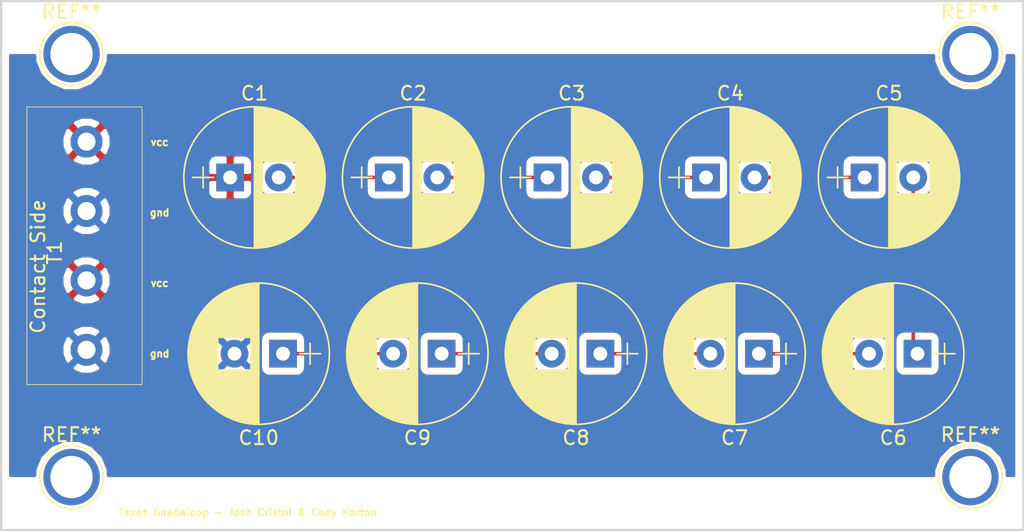
<source format=kicad_pcb>
(kicad_pcb (version 4) (host pcbnew 4.0.3-stable)
  (layers (0 F.Cu signal) (31 B.Cu signal hide) (34 B.Paste user) (35 F.Paste user) (36 B.SilkS user) (37 F.SilkS user) (38 B.Mask user) (39 F.Mask user) (44 Edge.Cuts user))
  (net 0 "")
  (net 1 pwr)
  (net 2 "Net-(C1-Pad2)")
  (net 3 "Net-(C2-Pad2)")
  (net 4 "Net-(C3-Pad2)")
  (net 5 "Net-(C4-Pad2)")
  (net 6 "Net-(C5-Pad2)")
  (net 7 "Net-(C6-Pad2)")
  (net 8 "Net-(C7-Pad2)")
  (net 9 "Net-(C8-Pad2)")
  (net 10 "Net-(C10-Pad1)")
  (net 11 GND)
  (module Capacitors_ThroughHole:CP_Radial_D10.0mm_P3.50mm (layer F.Cu) (at 154.94 114.3)
    (fp_text reference C1 (at 1.75 -6.06) (layer F.SilkS))
    (fp_text value CP1)
    (pad 1 thru_hole rect (at 0 0) (size 2 2) (drill 1) (layers *.Cu *.Mask) (net 1 pwr))
    (pad 2 thru_hole circle (at 3.5 0) (size 2 2) (drill 1) (layers *.Cu *.Mask) (net 2 "Net-(C1-Pad2)"))
  )
  (module Capacitors_ThroughHole:CP_Radial_D10.0mm_P3.50mm (layer F.Cu) (at 166.37 114.3)
    (fp_text reference C2 (at 1.75 -6.06) (layer F.SilkS))
    (fp_text value CP1)
    (pad 1 thru_hole rect (at 0 0) (size 2 2) (drill 1) (layers *.Cu *.Mask) (net 2 "Net-(C1-Pad2)"))
    (pad 2 thru_hole circle (at 3.5 0) (size 2 2) (drill 1) (layers *.Cu *.Mask) (net 3 "Net-(C2-Pad2)"))
  )
  (module Capacitors_ThroughHole:CP_Radial_D10.0mm_P3.50mm (layer F.Cu) (at 177.8 114.3)
    (fp_text reference C3 (at 1.75 -6.06) (layer F.SilkS))
    (fp_text value CP1)
    (pad 1 thru_hole rect (at 0 0) (size 2 2) (drill 1) (layers *.Cu *.Mask) (net 3 "Net-(C2-Pad2)"))
    (pad 2 thru_hole circle (at 3.5 0) (size 2 2) (drill 1) (layers *.Cu *.Mask) (net 4 "Net-(C3-Pad2)"))
  )
  (module Capacitors_ThroughHole:CP_Radial_D10.0mm_P3.50mm (layer F.Cu) (at 189.23 114.3)
    (fp_text reference C4 (at 1.75 -6.06) (layer F.SilkS))
    (fp_text value CP1)
    (pad 1 thru_hole rect (at 0 0) (size 2 2) (drill 1) (layers *.Cu *.Mask) (net 4 "Net-(C3-Pad2)"))
    (pad 2 thru_hole circle (at 3.5 0) (size 2 2) (drill 1) (layers *.Cu *.Mask) (net 5 "Net-(C4-Pad2)"))
  )
  (module Capacitors_ThroughHole:CP_Radial_D10.0mm_P3.50mm (layer F.Cu) (at 200.66 114.3)
    (fp_text reference C5 (at 1.75 -6.06) (layer F.SilkS))
    (fp_text value CP1)
    (pad 1 thru_hole rect (at 0 0) (size 2 2) (drill 1) (layers *.Cu *.Mask) (net 5 "Net-(C4-Pad2)"))
    (pad 2 thru_hole circle (at 3.5 0) (size 2 2) (drill 1) (layers *.Cu *.Mask) (net 6 "Net-(C5-Pad2)"))
  )
  (module Capacitors_ThroughHole:CP_Radial_D10.0mm_P3.50mm (layer F.Cu) (at 204.47 127 180)
    (fp_text reference C6 (at 1.75 -6.06 180) (layer F.SilkS))
    (fp_text value CP1)
    (pad 1 thru_hole rect (at 0 0 180) (size 2 2) (drill 1) (layers *.Cu *.Mask) (net 6 "Net-(C5-Pad2)"))
    (pad 2 thru_hole circle (at 3.5 0 180) (size 2 2) (drill 1) (layers *.Cu *.Mask) (net 7 "Net-(C6-Pad2)"))
  )
  (module Capacitors_ThroughHole:CP_Radial_D10.0mm_P3.50mm (layer F.Cu) (at 193.04 127 180)
    (fp_text reference C7 (at 1.75 -6.06 180) (layer F.SilkS))
    (fp_text value CP1)
    (pad 1 thru_hole rect (at 0 0 180) (size 2 2) (drill 1) (layers *.Cu *.Mask) (net 7 "Net-(C6-Pad2)"))
    (pad 2 thru_hole circle (at 3.5 0 180) (size 2 2) (drill 1) (layers *.Cu *.Mask) (net 8 "Net-(C7-Pad2)"))
  )
  (module Capacitors_ThroughHole:CP_Radial_D10.0mm_P3.50mm (layer F.Cu) (at 181.61 127 180)
    (fp_text reference C8 (at 1.75 -6.06 180) (layer F.SilkS))
    (fp_text value CP1)
    (pad 1 thru_hole rect (at 0 0 180) (size 2 2) (drill 1) (layers *.Cu *.Mask) (net 8 "Net-(C7-Pad2)"))
    (pad 2 thru_hole circle (at 3.5 0 180) (size 2 2) (drill 1) (layers *.Cu *.Mask) (net 9 "Net-(C8-Pad2)"))
  )
  (module Capacitors_ThroughHole:CP_Radial_D10.0mm_P3.50mm (layer F.Cu) (at 170.18 127 180)
    (fp_text reference C9 (at 1.75 -6.06 180) (layer F.SilkS))
    (fp_text value CP1)
    (pad 1 thru_hole rect (at 0 0 180) (size 2 2) (drill 1) (layers *.Cu *.Mask) (net 9 "Net-(C8-Pad2)"))
    (pad 2 thru_hole circle (at 3.5 0 180) (size 2 2) (drill 1) (layers *.Cu *.Mask) (net 10 "Net-(C10-Pad1)"))
  )
  (module Capacitors_ThroughHole:CP_Radial_D10.0mm_P3.50mm (layer F.Cu) (at 158.75 127 180)
    (fp_text reference C10 (at 1.75 -6.06 180) (layer F.SilkS))
    (fp_text value CP1)
    (pad 1 thru_hole rect (at 0 0 180) (size 2 2) (drill 1) (layers *.Cu *.Mask) (net 10 "Net-(C10-Pad1)"))
    (pad 2 thru_hole circle (at 3.5 0 180) (size 2 2) (drill 1) (layers *.Cu *.Mask) (net 11 GND))
  )
  (module footprints:Phoenix_Contact_1935187 (layer F.Cu) (at 148.59 109.22 270)
    (fp_text reference T1 (at 10.5 6.3 270) (layer F.SilkS))
    (fp_text value Phoenix_Contact_1935187)
    (fp_text user "Contact Side" (at 11.5 7.5 270) (layer F.SilkS))
    (pad 4 thru_hole circle (at 17.5 4 270) (size 2.3 2.3) (drill 1.3) (layers *.Cu *.Mask) (net 11 GND))
    (pad 3 thru_hole circle (at 12.5 4 270) (size 2.3 2.3) (drill 1.3) (layers *.Cu *.Mask) (net 1 pwr))
    (pad 2 thru_hole circle (at 7.5 4 270) (size 2.3 2.3) (drill 1.3) (layers *.Cu *.Mask) (net 11 GND))
    (pad 1 thru_hole circle (at 2.5 4 270) (size 2.3 2.3) (drill 1.3) (layers *.Cu *.Mask) (net 1 pwr))
  )
  (module Connect:1pin (layer F.Cu) (at 143.51 135.89)
    (fp_text reference REF** (at 0 -3.048) (layer F.SilkS))
    (fp_text value 1pin)
    (pad 1 thru_hole circle (at 0 0) (size 4.064 4.064) (drill 3.048) (layers *.Cu *.Mask))
  )
  (module Connect:1pin (layer F.Cu) (at 143.51 105.41)
    (fp_text reference REF** (at 0 -3.048) (layer F.SilkS))
    (fp_text value 1pin)
    (pad 1 thru_hole circle (at 0 0) (size 4.064 4.064) (drill 3.048) (layers *.Cu *.Mask))
  )
  (module Connect:1pin (layer F.Cu) (at 208.28 105.41)
    (fp_text reference REF** (at 0 -3.048) (layer F.SilkS))
    (fp_text value 1pin)
    (pad 1 thru_hole circle (at 0 0) (size 4.064 4.064) (drill 3.048) (layers *.Cu *.Mask))
  )
  (module Connect:1pin (layer F.Cu) (at 208.28 135.89)
    (fp_text reference REF** (at 0 -3.048) (layer F.SilkS))
    (fp_text value 1pin)
    (pad 1 thru_hole circle (at 0 0) (size 4.064 4.064) (drill 3.048) (layers *.Cu *.Mask))
  )
  (gr_line (start 138.43 101.6) (end 138.43 105.41) (angle 90) (layer Edge.Cuts) (width 0.15))
  (gr_line (start 212.09 101.6) (end 138.43 101.6) (angle 90) (layer Edge.Cuts) (width 0.15))
  (gr_line (start 212.09 105.41) (end 212.09 101.6) (angle 90) (layer Edge.Cuts) (width 0.15))
  (gr_line (start 212.09 135.89) (end 212.09 105.41) (angle 90) (layer Edge.Cuts) (width 0.15))
  (gr_line (start 212.09 139.7) (end 212.09 135.89) (angle 90) (layer Edge.Cuts) (width 0.15))
  (gr_line (start 138.43 139.7) (end 212.09 139.7) (angle 90) (layer Edge.Cuts) (width 0.15))
  (gr_line (start 138.43 135.89) (end 138.43 139.7) (angle 90) (layer Edge.Cuts) (width 0.15))
  (gr_text "Texas Guadaloop - Josh Cristol & Cody Horton" (at 156.21 138.43) (layer F.SilkS) (effects (font (size 0.508 0.508) (thickness 0.127))))
  (gr_text gnd (at 149.86 127) (layer F.SilkS) (effects (font (size 0.508 0.508) (thickness 0.127))))
  (gr_text vcc (at 149.86 121.92) (layer F.SilkS) (effects (font (size 0.508 0.508) (thickness 0.127))))
  (gr_text gnd (at 149.86 116.84) (layer F.SilkS) (effects (font (size 0.508 0.508) (thickness 0.127))))
  (gr_text vcc (at 149.86 111.76) (layer F.SilkS) (effects (font (size 0.508 0.508) (thickness 0.127))))
  (gr_line (start 138.43 135.89) (end 138.43 105.41) (angle 90) (layer Edge.Cuts) (width 0.15))
  (gr_line (start 212.09 105.41) (end 212.09 135.89) (angle 90) (layer Edge.Cuts) (width 0.15))
  (segment (start 158.44 114.3) (end 166.37 114.3) (width 0.25) (layer F.Cu) (net 2))
  (segment (start 169.87 114.3) (end 177.8 114.3) (width 0.25) (layer F.Cu) (net 3))
  (segment (start 181.3 114.3) (end 189.23 114.3) (width 0.25) (layer F.Cu) (net 4))
  (segment (start 192.73 114.3) (end 200.66 114.3) (width 0.25) (layer F.Cu) (net 5))
  (segment (start 204.16 114.3) (end 204.16 126.69) (width 0.25) (layer F.Cu) (net 6))
  (segment (start 204.16 126.69) (end 204.47 127) (width 0.25) (layer F.Cu) (net 6))
  (segment (start 193.04 127) (end 200.97 127) (width 0.25) (layer F.Cu) (net 7))
  (segment (start 189.54 127) (end 181.61 127) (width 0.25) (layer F.Cu) (net 8))
  (segment (start 178.11 127) (end 170.18 127) (width 0.25) (layer F.Cu) (net 9))
  (segment (start 166.68 127) (end 158.75 127) (width 0.25) (layer F.Cu) (net 10))
  (zone (net 1) (net_name pwr) (layer F.Cu) (connect_pads (clearance 0.508)) (min_thickness 0.254) (fill yes (arc_segments 16) (thermal_gap 0.508) (thermal_bridge_width 0.508))
    (polygon (pts (xy 212.09 135.89) (xy 138.43 135.89) (xy 138.43 105.41) (xy 212.09 105.41)))
  )
  (zone (net 11) (net_name GND) (layer B.Cu) (connect_pads (clearance 0.508)) (min_thickness 0.254) (fill yes (arc_segments 16) (thermal_gap 0.508) (thermal_bridge_width 0.508))
    (polygon (pts (xy 212.09 135.89) (xy 138.43 135.89) (xy 138.43 105.41) (xy 212.09 105.41)))
  )
)
</source>
